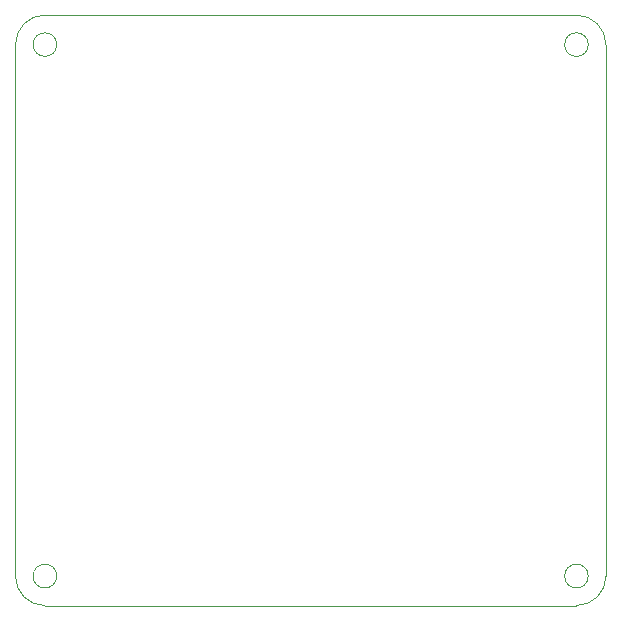
<source format=gbr>
%TF.GenerationSoftware,KiCad,Pcbnew,7.0.5*%
%TF.CreationDate,2023-08-28T18:13:49+08:00*%
%TF.ProjectId,TMC2209_TestBoard,544d4332-3230-4395-9f54-657374426f61,rev?*%
%TF.SameCoordinates,Original*%
%TF.FileFunction,Profile,NP*%
%FSLAX46Y46*%
G04 Gerber Fmt 4.6, Leading zero omitted, Abs format (unit mm)*
G04 Created by KiCad (PCBNEW 7.0.5) date 2023-08-28 18:13:49*
%MOMM*%
%LPD*%
G01*
G04 APERTURE LIST*
%TA.AperFunction,Profile*%
%ADD10C,0.100000*%
%TD*%
G04 APERTURE END LIST*
D10*
X75840000Y-86950000D02*
G75*
G03*
X78340000Y-89450000I2500000J0D01*
G01*
X79340000Y-41950000D02*
G75*
G03*
X79340000Y-41950000I-1000000J0D01*
G01*
X75840000Y-86950000D02*
X75840000Y-41950000D01*
X123340000Y-89450000D02*
G75*
G03*
X125840000Y-86950000I0J2500000D01*
G01*
X124340000Y-41950000D02*
G75*
G03*
X124340000Y-41950000I-1000000J0D01*
G01*
X78340000Y-39450000D02*
X123340000Y-39450000D01*
X124340000Y-86950000D02*
G75*
G03*
X124340000Y-86950000I-1000000J0D01*
G01*
X125840000Y-41950000D02*
X125840000Y-86950000D01*
X125840000Y-41950000D02*
G75*
G03*
X123340000Y-39450000I-2500000J0D01*
G01*
X123340000Y-89450000D02*
X78340000Y-89450000D01*
X79340000Y-86950000D02*
G75*
G03*
X79340000Y-86950000I-1000000J0D01*
G01*
X78340000Y-39450000D02*
G75*
G03*
X75840000Y-41950000I0J-2500000D01*
G01*
M02*

</source>
